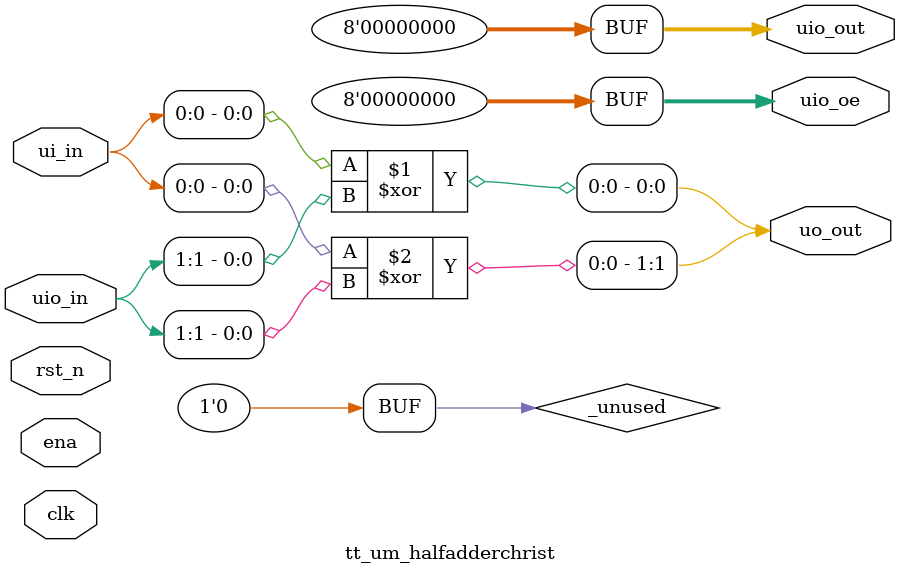
<source format=v>
/*
 * Copyright (c) 2024 Your Name
 * SPDX-License-Identifier: Apache-2.0
 */

`default_nettype none

module tt_um_halfadderchrist (
    input  wire [7:0] ui_in,    // Dedicated inputs
    output wire [7:0] uo_out,   // Dedicated outputs
    input  wire [7:0] uio_in,   // IOs: Input path
    output wire [7:0] uio_out,  // IOs: Output path
    output wire [7:0] uio_oe,   // IOs: Enable path (active high: 0=input, 1=output)
    input  wire       ena,      // always 1 when the design is powered, so you can ignore it
    input  wire       clk,      // clock
    input  wire       rst_n     // reset_n - low to reset
);

  // All output pins must be assigned. If not used, assign to 0.
  //assign uo_out  = ui_in + uio_in;  // Example: ou_out is the sum of ui_in and uio_in
    assign uo_out[0]  = ui_in[0] ^ uio_in[1];
    assign uo_out[1]  = ui_in[0] ^ uio_in[1];
  assign uio_out = 0;
  assign uio_oe  = 0;
    assign uio_out[7:2]=6'B0;

  // List all unused inputs to prevent warnings
  wire _unused = &{ena, clk, rst_n, 1'b0};

endmodule

</source>
